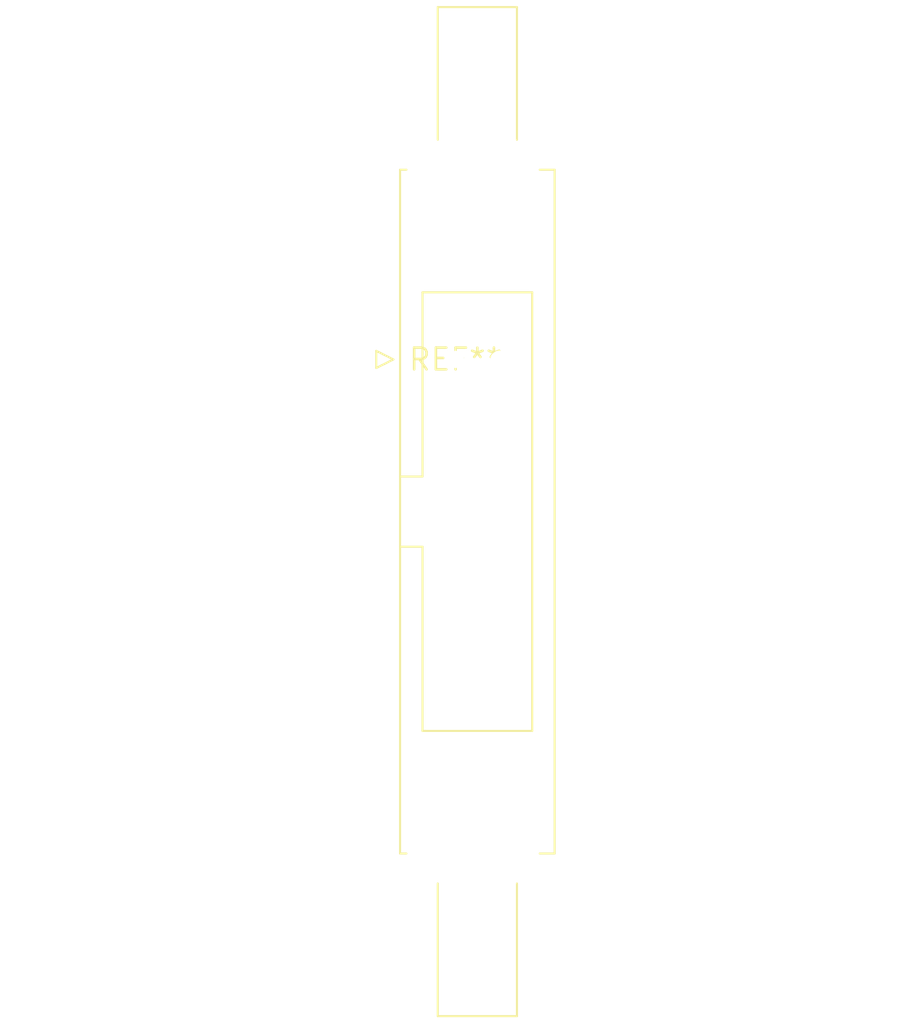
<source format=kicad_pcb>
(kicad_pcb (version 20240108) (generator pcbnew)
  (layers (0 "F.Cu" signal) (31 "B.Cu" signal) (34 "B.Paste" user) (35 "F.Paste" user) (36 "B.SilkS" user "B.Silkscreen") (37 "F.SilkS" user "F.Silkscreen") (38 "B.Mask" user) (39 "F.Mask" user) (44 "Edge.Cuts" user))
  (net 0 "")
  (footprint "IDC-Header_2x08-1MP_P2.54mm_Latch9.5mm_Vertical" (layer "F.Cu") (at 0 0)
    (property "Reference" "REF**")
    (property "Value" "IDC-Header_2x08-1MP_P2.54mm_Latch9.5mm_Vertical")
    (fp_line (start -4.63 -0.5) (end -4.63 0.5) (layer "F.SilkS") (stroke (width 0.12)))
    (fp_line (start -4.63 0.5) (end -3.63 0) (layer "F.SilkS") (stroke (width 0.12)))
    (fp_line (start -3.63 0) (end -4.63 -0.5) (layer "F.SilkS") (stroke (width 0.12)))
    (fp_line (start -3.24 -11.08) (end -3.24 28.86) (layer "F.SilkS") (stroke (width 0.12)))
    (fp_line (start -3.24 6.84) (end -1.93 6.84) (layer "F.SilkS") (stroke (width 0.12)))
    (fp_line (start -3.24 28.86) (end -2.87 28.86) (layer "F.SilkS") (stroke (width 0.12)))
    (fp_line (start -2.87 -11.08) (end -3.24 -11.08) (layer "F.SilkS") (stroke (width 0.12)))
    (fp_line (start -1.93 -3.92) (end 4.47 -3.92) (layer "F.SilkS") (stroke (width 0.12)))
    (fp_line (start -1.93 6.84) (end -1.93 -3.92) (layer "F.SilkS") (stroke (width 0.12)))
    (fp_line (start -1.93 10.94) (end -3.24 10.94) (layer "F.SilkS") (stroke (width 0.12)))
    (fp_line (start -1.93 10.94) (end -1.93 10.94) (layer "F.SilkS") (stroke (width 0.12)))
    (fp_line (start -1.93 21.7) (end -1.93 10.94) (layer "F.SilkS") (stroke (width 0.12)))
    (fp_line (start -1.04 -20.58) (end 3.58 -20.58) (layer "F.SilkS") (stroke (width 0.12)))
    (fp_line (start -1.04 -12.83) (end -1.04 -20.58) (layer "F.SilkS") (stroke (width 0.12)))
    (fp_line (start -1.04 30.61) (end -1.04 38.36) (layer "F.SilkS") (stroke (width 0.12)))
    (fp_line (start -1.04 38.36) (end 3.58 38.36) (layer "F.SilkS") (stroke (width 0.12)))
    (fp_line (start 3.58 -20.58) (end 3.58 -12.83) (layer "F.SilkS") (stroke (width 0.12)))
    (fp_line (start 3.58 38.36) (end 3.58 30.61) (layer "F.SilkS") (stroke (width 0.12)))
    (fp_line (start 4.47 -3.92) (end 4.47 21.7) (layer "F.SilkS") (stroke (width 0.12)))
    (fp_line (start 4.47 21.7) (end -1.93 21.7) (layer "F.SilkS") (stroke (width 0.12)))
    (fp_line (start 4.91 -11.08) (end 5.78 -11.08) (layer "F.SilkS") (stroke (width 0.12)))
    (fp_line (start 5.78 -11.08) (end 5.78 28.86) (layer "F.SilkS") (stroke (width 0.12)))
    (fp_line (start 5.78 28.86) (end 4.91 28.86) (layer "F.SilkS") (stroke (width 0.12)))
    (pad "1" thru_hole roundrect (at 0 0) (size 1.7 1.7) (drill 1) (layers *.Cu *.Mask) (remove_unused_layers) (roundrect_rratio 0.147059))
    (pad "2" thru_hole circle (at 2.54 0) (size 1.7 1.7) (drill 1) (layers *.Cu *.Mask) (remove_unused_layers))
    (pad "3" thru_hole circle (at 0 2.54) (size 1.7 1.7) (drill 1) (layers *.Cu *.Mask) (remove_unused_layers))
    (pad "4" thru_hole circle (at 2.54 2.54) (size 1.7 1.7) (drill 1) (layers *.Cu *.Mask) (remove_unused_layers))
    (pad "5" thru_hole circle (at 0 5.08) (size 1.7 1.7) (drill 1) (layers *.Cu *.Mask) (remove_unused_layers))
    (pad "6" thru_hole circle (at 2.54 5.08) (size 1.7 1.7) (drill 1) (layers *.Cu *.Mask) (remove_unused_layers))
    (pad "7" thru_hole circle (at 0 7.62) (size 1.7 1.7) (drill 1) (layers *.Cu *.Mask) (remove_unused_layers))
    (pad "8" thru_hole circle (at 2.54 7.62) (size 1.7 1.7) (drill 1) (layers *.Cu *.Mask) (remove_unused_layers))
    (pad "9" thru_hole circle (at 0 10.16) (size 1.7 1.7) (drill 1) (layers *.Cu *.Mask) (remove_unused_layers))
    (pad "10" thru_hole circle (at 2.54 10.16) (size 1.7 1.7) (drill 1) (layers *.Cu *.Mask) (remove_unused_layers))
    (pad "11" thru_hole circle (at 0 12.7) (size 1.7 1.7) (drill 1) (layers *.Cu *.Mask) (remove_unused_layers))
    (pad "12" thru_hole circle (at 2.54 12.7) (size 1.7 1.7) (drill 1) (layers *.Cu *.Mask) (remove_unused_layers))
    (pad "13" thru_hole circle (at 0 15.24) (size 1.7 1.7) (drill 1) (layers *.Cu *.Mask) (remove_unused_layers))
    (pad "14" thru_hole circle (at 2.54 15.24) (size 1.7 1.7) (drill 1) (layers *.Cu *.Mask) (remove_unused_layers))
    (pad "15" thru_hole circle (at 0 17.78) (size 1.7 1.7) (drill 1) (layers *.Cu *.Mask) (remove_unused_layers))
    (pad "16" thru_hole circle (at 2.54 17.78) (size 1.7 1.7) (drill 1) (layers *.Cu *.Mask) (remove_unused_layers))
    (pad "MP" thru_hole circle (at 1.02 -8.94) (size 8 8) (drill 2.69) (layers *.Cu *.Mask) (remove_unused_layers))
    (pad "MP" thru_hole circle (at 1.02 26.72) (size 8 8) (drill 2.69) (layers *.Cu *.Mask) (remove_unused_layers))
  )
)
</source>
